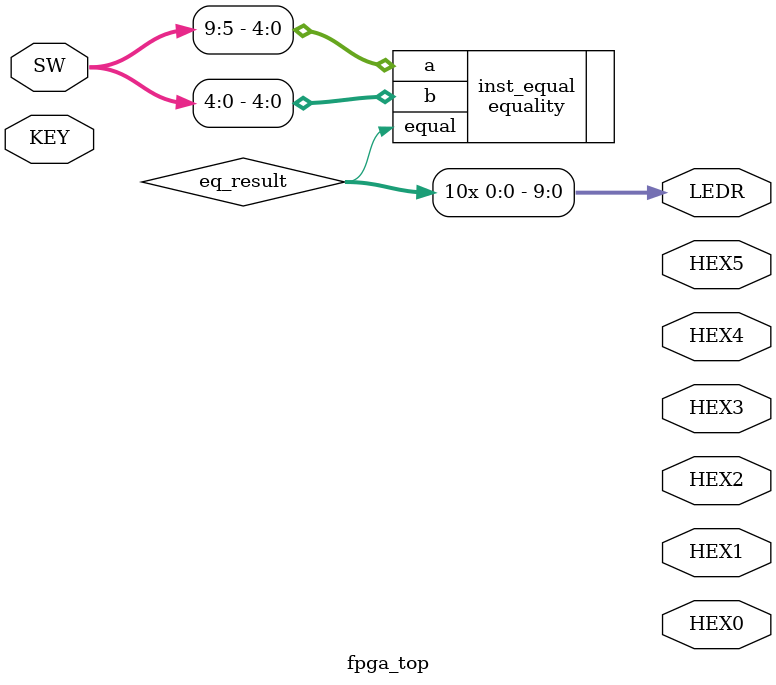
<source format=sv>
module fpga_top
(
    input  [1:0] KEY,
    input  [9:0] SW,

    output [9:0] LEDR,

    output [7:0] HEX0,
    output [7:0] HEX1,
    output [7:0] HEX2,
    output [7:0] HEX3,
    output [7:0] HEX4,
    output [7:0] HEX5,
);

    wire eq_result;

    equality inst_equal
    (
        .a     ( SW[9:5]   ),
        .b     ( SW[4:0]   ),
        .equal ( eq_result ),
    );

    assign LEDR = { 10 { eq_result } };

endmodule

</source>
